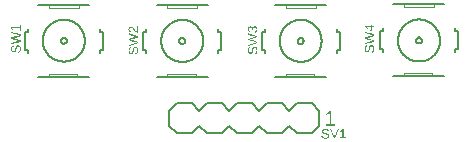
<source format=gbr>
G04 EAGLE Gerber RS-274X export*
G75*
%MOMM*%
%FSLAX34Y34*%
%LPD*%
%INSilkscreen Top*%
%IPPOS*%
%AMOC8*
5,1,8,0,0,1.08239X$1,22.5*%
G01*
G04 Define Apertures*
%ADD10C,0.152400*%
%ADD11C,0.050800*%
G36*
X350915Y19430D02*
X343181Y19430D01*
X343181Y20770D01*
X346325Y20770D01*
X346325Y30264D01*
X343540Y28276D01*
X343540Y29765D01*
X346456Y31771D01*
X347910Y31771D01*
X347910Y20770D01*
X350915Y20770D01*
X350915Y19430D01*
G37*
G36*
X342867Y8650D02*
X342516Y8658D01*
X342184Y8681D01*
X341871Y8721D01*
X341577Y8775D01*
X341302Y8846D01*
X341045Y8932D01*
X340808Y9034D01*
X340589Y9151D01*
X340390Y9284D01*
X340209Y9433D01*
X340048Y9598D01*
X339905Y9778D01*
X339781Y9973D01*
X339677Y10185D01*
X339591Y10412D01*
X339524Y10655D01*
X340560Y10862D01*
X340611Y10690D01*
X340675Y10530D01*
X340751Y10382D01*
X340840Y10245D01*
X340942Y10121D01*
X341056Y10008D01*
X341182Y9907D01*
X341322Y9818D01*
X341639Y9672D01*
X342009Y9568D01*
X342431Y9505D01*
X342906Y9484D01*
X343395Y9507D01*
X343824Y9573D01*
X344017Y9623D01*
X344194Y9684D01*
X344357Y9757D01*
X344505Y9840D01*
X344637Y9934D01*
X344751Y10039D01*
X344848Y10154D01*
X344927Y10279D01*
X344989Y10415D01*
X345033Y10561D01*
X345059Y10717D01*
X345068Y10884D01*
X345057Y11068D01*
X345024Y11234D01*
X344969Y11382D01*
X344892Y11512D01*
X344794Y11627D01*
X344680Y11731D01*
X344547Y11826D01*
X344396Y11909D01*
X344046Y12053D01*
X343634Y12172D01*
X342654Y12402D01*
X341832Y12609D01*
X341505Y12713D01*
X341235Y12816D01*
X341005Y12923D01*
X340802Y13035D01*
X340623Y13154D01*
X340470Y13278D01*
X340339Y13411D01*
X340223Y13555D01*
X340124Y13709D01*
X340042Y13875D01*
X339977Y14052D01*
X339931Y14242D01*
X339903Y14444D01*
X339894Y14659D01*
X339906Y14905D01*
X339942Y15137D01*
X340003Y15354D01*
X340088Y15556D01*
X340197Y15744D01*
X340330Y15918D01*
X340487Y16077D01*
X340669Y16221D01*
X340874Y16350D01*
X341099Y16461D01*
X341345Y16556D01*
X341612Y16633D01*
X341900Y16693D01*
X342209Y16736D01*
X342539Y16761D01*
X342890Y16770D01*
X343216Y16764D01*
X343522Y16744D01*
X343809Y16712D01*
X344075Y16667D01*
X344322Y16609D01*
X344550Y16538D01*
X344757Y16455D01*
X344945Y16358D01*
X345116Y16246D01*
X345274Y16116D01*
X345418Y15968D01*
X345550Y15802D01*
X345668Y15617D01*
X345772Y15415D01*
X345864Y15194D01*
X345942Y14956D01*
X344889Y14771D01*
X344782Y15063D01*
X344637Y15312D01*
X344452Y15518D01*
X344228Y15681D01*
X343961Y15804D01*
X343647Y15893D01*
X343286Y15946D01*
X342878Y15964D01*
X342433Y15944D01*
X342044Y15885D01*
X341711Y15787D01*
X341434Y15650D01*
X341317Y15567D01*
X341216Y15474D01*
X341130Y15371D01*
X341060Y15259D01*
X341005Y15138D01*
X340966Y15006D01*
X340943Y14865D01*
X340935Y14715D01*
X340947Y14541D01*
X340984Y14382D01*
X341044Y14240D01*
X341128Y14113D01*
X341236Y13998D01*
X341364Y13893D01*
X341514Y13797D01*
X341686Y13710D01*
X341913Y13622D01*
X342230Y13525D01*
X343136Y13304D01*
X343861Y13133D01*
X344215Y13038D01*
X344553Y12926D01*
X344873Y12795D01*
X345172Y12643D01*
X345441Y12462D01*
X345673Y12245D01*
X345863Y11989D01*
X346006Y11691D01*
X346059Y11524D01*
X346096Y11344D01*
X346119Y11149D01*
X346126Y10940D01*
X346113Y10675D01*
X346073Y10425D01*
X346006Y10191D01*
X345913Y9972D01*
X345793Y9768D01*
X345646Y9580D01*
X345473Y9407D01*
X345272Y9249D01*
X345048Y9109D01*
X344802Y8987D01*
X344534Y8884D01*
X344244Y8800D01*
X343933Y8734D01*
X343599Y8687D01*
X343244Y8659D01*
X342867Y8650D01*
G37*
G36*
X351007Y8762D02*
X349899Y8762D01*
X346679Y16652D01*
X347804Y16652D01*
X349988Y11097D01*
X350459Y9703D01*
X350929Y11097D01*
X353102Y16652D01*
X354227Y16652D01*
X351007Y8762D01*
G37*
G36*
X360103Y8762D02*
X355158Y8762D01*
X355158Y9619D01*
X357168Y9619D01*
X357168Y15689D01*
X355388Y14418D01*
X355388Y15370D01*
X357252Y16652D01*
X358182Y16652D01*
X358182Y9619D01*
X360103Y9619D01*
X360103Y8762D01*
G37*
G36*
X76946Y88397D02*
X76946Y89512D01*
X81958Y90929D01*
X82912Y91171D01*
X83895Y91393D01*
X82551Y91704D01*
X80786Y92181D01*
X76946Y93258D01*
X76946Y94283D01*
X81857Y95655D01*
X82968Y95935D01*
X83895Y96148D01*
X83699Y96198D01*
X82649Y96445D01*
X81020Y96886D01*
X76946Y98018D01*
X76946Y99133D01*
X84836Y96809D01*
X84836Y95532D01*
X79824Y94165D01*
X79167Y94000D01*
X78138Y93773D01*
X79225Y93527D01*
X80846Y93094D01*
X84836Y91998D01*
X84836Y90721D01*
X76946Y88397D01*
G37*
G36*
X82943Y81243D02*
X82736Y82279D01*
X82908Y82330D01*
X83068Y82394D01*
X83216Y82470D01*
X83353Y82559D01*
X83477Y82660D01*
X83590Y82774D01*
X83691Y82901D01*
X83780Y83040D01*
X83926Y83358D01*
X84030Y83728D01*
X84093Y84150D01*
X84114Y84625D01*
X84091Y85114D01*
X84025Y85543D01*
X83975Y85735D01*
X83914Y85913D01*
X83841Y86076D01*
X83758Y86224D01*
X83664Y86356D01*
X83559Y86470D01*
X83444Y86567D01*
X83319Y86646D01*
X83183Y86708D01*
X83037Y86752D01*
X82881Y86778D01*
X82714Y86787D01*
X82530Y86776D01*
X82364Y86743D01*
X82216Y86688D01*
X82086Y86610D01*
X81971Y86513D01*
X81867Y86398D01*
X81772Y86265D01*
X81689Y86115D01*
X81545Y85765D01*
X81426Y85353D01*
X81196Y84373D01*
X80989Y83551D01*
X80885Y83224D01*
X80782Y82954D01*
X80675Y82724D01*
X80563Y82520D01*
X80444Y82342D01*
X80320Y82189D01*
X80187Y82057D01*
X80043Y81942D01*
X79889Y81843D01*
X79723Y81761D01*
X79546Y81696D01*
X79356Y81649D01*
X79154Y81622D01*
X78939Y81612D01*
X78693Y81625D01*
X78462Y81661D01*
X78244Y81721D01*
X78042Y81806D01*
X77854Y81915D01*
X77680Y82049D01*
X77521Y82206D01*
X77377Y82388D01*
X77248Y82592D01*
X77137Y82818D01*
X77042Y83064D01*
X76965Y83331D01*
X76905Y83619D01*
X76862Y83928D01*
X76837Y84258D01*
X76828Y84608D01*
X76834Y84934D01*
X76854Y85241D01*
X76886Y85527D01*
X76931Y85794D01*
X76989Y86041D01*
X77060Y86268D01*
X77143Y86476D01*
X77240Y86664D01*
X77352Y86835D01*
X77482Y86993D01*
X77630Y87137D01*
X77796Y87268D01*
X77981Y87386D01*
X78183Y87491D01*
X78404Y87582D01*
X78642Y87660D01*
X78827Y86608D01*
X78535Y86501D01*
X78286Y86356D01*
X78080Y86171D01*
X77917Y85947D01*
X77794Y85680D01*
X77705Y85366D01*
X77652Y85005D01*
X77634Y84597D01*
X77654Y84152D01*
X77713Y83763D01*
X77811Y83430D01*
X77948Y83152D01*
X78031Y83036D01*
X78124Y82934D01*
X78227Y82849D01*
X78339Y82779D01*
X78460Y82724D01*
X78592Y82685D01*
X78733Y82662D01*
X78883Y82654D01*
X79057Y82666D01*
X79216Y82702D01*
X79358Y82763D01*
X79485Y82847D01*
X79600Y82954D01*
X79705Y83083D01*
X79801Y83233D01*
X79888Y83404D01*
X79976Y83632D01*
X80073Y83949D01*
X80294Y84855D01*
X80465Y85580D01*
X80560Y85933D01*
X80672Y86272D01*
X80803Y86591D01*
X80955Y86890D01*
X81136Y87160D01*
X81353Y87392D01*
X81609Y87581D01*
X81907Y87725D01*
X82074Y87777D01*
X82254Y87815D01*
X82449Y87838D01*
X82658Y87845D01*
X82923Y87832D01*
X83173Y87792D01*
X83407Y87725D01*
X83626Y87632D01*
X83830Y87512D01*
X84018Y87365D01*
X84191Y87191D01*
X84349Y86991D01*
X84489Y86767D01*
X84611Y86521D01*
X84714Y86253D01*
X84798Y85963D01*
X84864Y85651D01*
X84911Y85318D01*
X84939Y84963D01*
X84948Y84586D01*
X84940Y84235D01*
X84917Y83903D01*
X84878Y83590D01*
X84823Y83296D01*
X84752Y83020D01*
X84666Y82764D01*
X84564Y82527D01*
X84447Y82308D01*
X84314Y82109D01*
X84165Y81928D01*
X84000Y81767D01*
X83820Y81624D01*
X83625Y81500D01*
X83413Y81395D01*
X83186Y81310D01*
X82943Y81243D01*
G37*
G36*
X84836Y100064D02*
X83979Y100064D01*
X83979Y102075D01*
X77909Y102075D01*
X79180Y100294D01*
X78228Y100294D01*
X76946Y102159D01*
X76946Y103088D01*
X83979Y103088D01*
X83979Y105009D01*
X84836Y105009D01*
X84836Y100064D01*
G37*
G36*
X176260Y87043D02*
X176260Y88157D01*
X181272Y89574D01*
X182226Y89816D01*
X183209Y90039D01*
X181865Y90349D01*
X180100Y90826D01*
X176260Y91903D01*
X176260Y92928D01*
X181171Y94300D01*
X182282Y94580D01*
X183209Y94793D01*
X183013Y94843D01*
X181963Y95090D01*
X180334Y95531D01*
X176260Y96663D01*
X176260Y97778D01*
X184150Y95454D01*
X184150Y94177D01*
X179138Y92811D01*
X178481Y92645D01*
X177452Y92419D01*
X178539Y92172D01*
X180160Y91740D01*
X184150Y90643D01*
X184150Y89367D01*
X176260Y87043D01*
G37*
G36*
X182257Y79888D02*
X182050Y80924D01*
X182222Y80975D01*
X182382Y81039D01*
X182530Y81115D01*
X182667Y81204D01*
X182791Y81306D01*
X182904Y81420D01*
X183005Y81546D01*
X183094Y81686D01*
X183240Y82003D01*
X183344Y82373D01*
X183407Y82796D01*
X183428Y83270D01*
X183405Y83759D01*
X183339Y84188D01*
X183289Y84381D01*
X183228Y84558D01*
X183155Y84721D01*
X183072Y84869D01*
X182978Y85001D01*
X182873Y85116D01*
X182758Y85212D01*
X182633Y85291D01*
X182497Y85353D01*
X182351Y85397D01*
X182195Y85423D01*
X182028Y85432D01*
X181844Y85421D01*
X181678Y85388D01*
X181530Y85333D01*
X181400Y85256D01*
X181285Y85159D01*
X181181Y85044D01*
X181086Y84911D01*
X181003Y84760D01*
X180859Y84410D01*
X180740Y83998D01*
X180510Y83018D01*
X180303Y82196D01*
X180199Y81869D01*
X180096Y81599D01*
X179989Y81369D01*
X179877Y81166D01*
X179758Y80987D01*
X179634Y80835D01*
X179501Y80703D01*
X179357Y80587D01*
X179203Y80489D01*
X179037Y80406D01*
X178860Y80341D01*
X178670Y80295D01*
X178468Y80267D01*
X178253Y80258D01*
X178007Y80270D01*
X177776Y80306D01*
X177558Y80367D01*
X177356Y80452D01*
X177168Y80561D01*
X176994Y80694D01*
X176835Y80852D01*
X176691Y81033D01*
X176562Y81238D01*
X176451Y81463D01*
X176356Y81709D01*
X176279Y81976D01*
X176219Y82264D01*
X176176Y82573D01*
X176151Y82903D01*
X176142Y83254D01*
X176148Y83580D01*
X176168Y83886D01*
X176200Y84173D01*
X176245Y84439D01*
X176303Y84687D01*
X176374Y84914D01*
X176457Y85121D01*
X176554Y85309D01*
X176666Y85480D01*
X176796Y85638D01*
X176944Y85782D01*
X177110Y85914D01*
X177295Y86032D01*
X177497Y86136D01*
X177718Y86228D01*
X177956Y86306D01*
X178141Y85253D01*
X177849Y85146D01*
X177600Y85001D01*
X177394Y84816D01*
X177231Y84592D01*
X177108Y84325D01*
X177019Y84011D01*
X176966Y83650D01*
X176948Y83242D01*
X176968Y82797D01*
X177027Y82408D01*
X177125Y82075D01*
X177262Y81798D01*
X177345Y81681D01*
X177438Y81580D01*
X177541Y81494D01*
X177653Y81424D01*
X177774Y81369D01*
X177906Y81330D01*
X178047Y81307D01*
X178197Y81299D01*
X178371Y81311D01*
X178530Y81348D01*
X178672Y81408D01*
X178799Y81493D01*
X178914Y81600D01*
X179019Y81728D01*
X179115Y81878D01*
X179202Y82050D01*
X179290Y82277D01*
X179387Y82594D01*
X179608Y83500D01*
X179779Y84225D01*
X179874Y84579D01*
X179986Y84917D01*
X180117Y85237D01*
X180269Y85536D01*
X180450Y85805D01*
X180667Y86037D01*
X180923Y86227D01*
X181221Y86370D01*
X181388Y86423D01*
X181568Y86460D01*
X181763Y86483D01*
X181972Y86490D01*
X182237Y86477D01*
X182487Y86437D01*
X182721Y86370D01*
X182940Y86277D01*
X183144Y86157D01*
X183332Y86010D01*
X183505Y85837D01*
X183663Y85636D01*
X183803Y85412D01*
X183925Y85166D01*
X184028Y84898D01*
X184112Y84608D01*
X184178Y84297D01*
X184225Y83963D01*
X184253Y83608D01*
X184262Y83231D01*
X184254Y82880D01*
X184231Y82548D01*
X184192Y82235D01*
X184137Y81941D01*
X184066Y81666D01*
X183980Y81409D01*
X183878Y81172D01*
X183761Y80954D01*
X183628Y80754D01*
X183479Y80573D01*
X183314Y80412D01*
X183134Y80269D01*
X182939Y80146D01*
X182727Y80041D01*
X182500Y79955D01*
X182257Y79888D01*
G37*
G36*
X184150Y98413D02*
X183439Y98413D01*
X183121Y98564D01*
X182822Y98730D01*
X182543Y98912D01*
X182282Y99110D01*
X181805Y99532D01*
X181375Y99975D01*
X180984Y100427D01*
X180622Y100874D01*
X180275Y101298D01*
X179928Y101678D01*
X179572Y102002D01*
X179388Y102138D01*
X179200Y102257D01*
X179003Y102354D01*
X178794Y102423D01*
X178572Y102465D01*
X178337Y102478D01*
X178031Y102455D01*
X177760Y102383D01*
X177527Y102264D01*
X177329Y102098D01*
X177172Y101889D01*
X177060Y101643D01*
X176993Y101359D01*
X176971Y101039D01*
X176993Y100731D01*
X177058Y100452D01*
X177168Y100201D01*
X177321Y99978D01*
X177514Y99791D01*
X177742Y99647D01*
X178005Y99546D01*
X178304Y99488D01*
X178208Y98458D01*
X177978Y98495D01*
X177759Y98550D01*
X177553Y98623D01*
X177359Y98715D01*
X177176Y98824D01*
X177006Y98952D01*
X176848Y99097D01*
X176702Y99261D01*
X176571Y99440D01*
X176457Y99632D01*
X176361Y99835D01*
X176282Y100052D01*
X176221Y100280D01*
X176177Y100521D01*
X176151Y100774D01*
X176142Y101039D01*
X176151Y101329D01*
X176177Y101601D01*
X176221Y101856D01*
X176283Y102094D01*
X176362Y102315D01*
X176459Y102518D01*
X176573Y102704D01*
X176705Y102873D01*
X176853Y103024D01*
X177016Y103154D01*
X177194Y103264D01*
X177386Y103354D01*
X177593Y103424D01*
X177815Y103474D01*
X178052Y103504D01*
X178304Y103514D01*
X178533Y103501D01*
X178761Y103462D01*
X178989Y103396D01*
X179216Y103304D01*
X179443Y103187D01*
X179670Y103043D01*
X179897Y102874D01*
X180124Y102680D01*
X180382Y102426D01*
X180702Y102077D01*
X181529Y101095D01*
X182030Y100517D01*
X182478Y100070D01*
X182688Y99893D01*
X182894Y99743D01*
X183095Y99619D01*
X183293Y99522D01*
X183293Y103638D01*
X184150Y103638D01*
X184150Y98413D01*
G37*
G36*
X277352Y87180D02*
X277352Y88294D01*
X282364Y89711D01*
X283319Y89953D01*
X284302Y90176D01*
X282958Y90487D01*
X281192Y90964D01*
X277352Y92041D01*
X277352Y93066D01*
X282263Y94438D01*
X283375Y94718D01*
X284302Y94930D01*
X284106Y94981D01*
X283056Y95227D01*
X281427Y95668D01*
X277352Y96801D01*
X277352Y97915D01*
X285243Y95591D01*
X285243Y94314D01*
X280231Y92948D01*
X279574Y92783D01*
X278545Y92556D01*
X279631Y92310D01*
X281253Y91877D01*
X285243Y90781D01*
X285243Y89504D01*
X277352Y87180D01*
G37*
G36*
X283350Y80025D02*
X283143Y81061D01*
X283315Y81113D01*
X283475Y81176D01*
X283623Y81253D01*
X283759Y81341D01*
X283884Y81443D01*
X283997Y81557D01*
X284098Y81684D01*
X284187Y81823D01*
X284333Y82140D01*
X284437Y82510D01*
X284499Y82933D01*
X284520Y83408D01*
X284498Y83896D01*
X284431Y84326D01*
X284381Y84518D01*
X284320Y84696D01*
X284248Y84859D01*
X284165Y85007D01*
X284071Y85139D01*
X283966Y85253D01*
X283851Y85350D01*
X283726Y85429D01*
X283590Y85490D01*
X283444Y85534D01*
X283287Y85561D01*
X283120Y85569D01*
X282936Y85558D01*
X282770Y85525D01*
X282623Y85470D01*
X282493Y85393D01*
X282378Y85296D01*
X282273Y85181D01*
X282179Y85048D01*
X282095Y84897D01*
X281951Y84547D01*
X281832Y84136D01*
X281603Y83156D01*
X281395Y82333D01*
X281292Y82007D01*
X281188Y81736D01*
X281082Y81507D01*
X280969Y81303D01*
X280851Y81125D01*
X280726Y80972D01*
X280593Y80840D01*
X280450Y80725D01*
X280295Y80626D01*
X280130Y80543D01*
X279953Y80478D01*
X279763Y80432D01*
X279561Y80404D01*
X279346Y80395D01*
X279100Y80407D01*
X278868Y80443D01*
X278651Y80504D01*
X278448Y80589D01*
X278260Y80698D01*
X278087Y80831D01*
X277928Y80989D01*
X277783Y81171D01*
X277655Y81375D01*
X277543Y81600D01*
X277449Y81846D01*
X277372Y82114D01*
X277312Y82402D01*
X277269Y82710D01*
X277243Y83040D01*
X277235Y83391D01*
X277241Y83717D01*
X277260Y84023D01*
X277293Y84310D01*
X277338Y84577D01*
X277395Y84824D01*
X277466Y85051D01*
X277550Y85259D01*
X277646Y85446D01*
X277758Y85617D01*
X277888Y85775D01*
X278036Y85920D01*
X278203Y86051D01*
X278387Y86169D01*
X278590Y86274D01*
X278810Y86365D01*
X279049Y86443D01*
X279234Y85390D01*
X278942Y85284D01*
X278693Y85138D01*
X278487Y84953D01*
X278324Y84729D01*
X278200Y84462D01*
X278112Y84148D01*
X278059Y83788D01*
X278041Y83380D01*
X278061Y82935D01*
X278119Y82545D01*
X278217Y82212D01*
X278355Y81935D01*
X278438Y81818D01*
X278531Y81717D01*
X278633Y81631D01*
X278745Y81561D01*
X278867Y81507D01*
X278998Y81468D01*
X279139Y81444D01*
X279290Y81437D01*
X279464Y81449D01*
X279622Y81485D01*
X279765Y81545D01*
X279892Y81630D01*
X280006Y81737D01*
X280112Y81866D01*
X280208Y82016D01*
X280295Y82187D01*
X280382Y82414D01*
X280479Y82732D01*
X280701Y83637D01*
X280872Y84363D01*
X280967Y84716D01*
X281079Y85054D01*
X281210Y85374D01*
X281362Y85673D01*
X281542Y85942D01*
X281759Y86174D01*
X282016Y86364D01*
X282314Y86507D01*
X282480Y86560D01*
X282661Y86598D01*
X282856Y86620D01*
X283064Y86628D01*
X283330Y86614D01*
X283579Y86574D01*
X283814Y86508D01*
X284033Y86414D01*
X284237Y86294D01*
X284425Y86147D01*
X284598Y85974D01*
X284755Y85774D01*
X284896Y85549D01*
X285018Y85303D01*
X285121Y85035D01*
X285205Y84746D01*
X285270Y84434D01*
X285317Y84101D01*
X285345Y83746D01*
X285355Y83369D01*
X285347Y83018D01*
X285323Y82685D01*
X285284Y82372D01*
X285229Y82078D01*
X285159Y81803D01*
X285073Y81547D01*
X284971Y81309D01*
X284853Y81091D01*
X284720Y80891D01*
X284572Y80711D01*
X284407Y80549D01*
X284227Y80407D01*
X284031Y80283D01*
X283820Y80178D01*
X283593Y80092D01*
X283350Y80025D01*
G37*
G36*
X283215Y98410D02*
X283120Y99452D01*
X283448Y99523D01*
X283733Y99635D01*
X283973Y99788D01*
X284170Y99982D01*
X284323Y100218D01*
X284433Y100494D01*
X284498Y100812D01*
X284520Y101171D01*
X284497Y101531D01*
X284426Y101851D01*
X284309Y102129D01*
X284145Y102367D01*
X284046Y102468D01*
X283935Y102556D01*
X283812Y102631D01*
X283679Y102692D01*
X283534Y102740D01*
X283378Y102773D01*
X283210Y102794D01*
X283031Y102801D01*
X282874Y102793D01*
X282726Y102770D01*
X282587Y102731D01*
X282457Y102677D01*
X282336Y102607D01*
X282224Y102522D01*
X282120Y102421D01*
X282025Y102305D01*
X281941Y102174D01*
X281867Y102030D01*
X281805Y101871D01*
X281755Y101699D01*
X281687Y101314D01*
X281664Y100874D01*
X281664Y100303D01*
X280791Y100303D01*
X280791Y100852D01*
X280768Y101243D01*
X280700Y101587D01*
X280588Y101885D01*
X280429Y102137D01*
X280232Y102337D01*
X280120Y102415D01*
X279999Y102479D01*
X279870Y102529D01*
X279732Y102565D01*
X279585Y102586D01*
X279430Y102593D01*
X279130Y102570D01*
X278864Y102500D01*
X278630Y102384D01*
X278430Y102221D01*
X278270Y102012D01*
X278155Y101758D01*
X278086Y101459D01*
X278063Y101115D01*
X278085Y100798D01*
X278149Y100512D01*
X278256Y100259D01*
X278405Y100037D01*
X278593Y99853D01*
X278817Y99711D01*
X279075Y99613D01*
X279368Y99558D01*
X279290Y98545D01*
X279054Y98582D01*
X278832Y98637D01*
X278623Y98710D01*
X278427Y98801D01*
X278245Y98911D01*
X278076Y99039D01*
X277920Y99184D01*
X277778Y99348D01*
X277651Y99527D01*
X277540Y99719D01*
X277447Y99922D01*
X277370Y100138D01*
X277311Y100367D01*
X277269Y100608D01*
X277243Y100861D01*
X277235Y101126D01*
X277243Y101415D01*
X277269Y101687D01*
X277312Y101942D01*
X277373Y102181D01*
X277450Y102403D01*
X277545Y102609D01*
X277657Y102799D01*
X277786Y102971D01*
X277931Y103126D01*
X278089Y103259D01*
X278261Y103372D01*
X278446Y103465D01*
X278645Y103537D01*
X278858Y103588D01*
X279084Y103619D01*
X279323Y103629D01*
X279508Y103623D01*
X279684Y103603D01*
X279851Y103570D01*
X280009Y103524D01*
X280158Y103464D01*
X280298Y103392D01*
X280553Y103207D01*
X280770Y102971D01*
X280950Y102688D01*
X281091Y102357D01*
X281194Y101977D01*
X281216Y101977D01*
X281246Y102192D01*
X281289Y102395D01*
X281344Y102586D01*
X281412Y102764D01*
X281493Y102930D01*
X281586Y103084D01*
X281692Y103226D01*
X281810Y103355D01*
X281938Y103470D01*
X282075Y103571D01*
X282220Y103655D01*
X282373Y103725D01*
X282533Y103778D01*
X282702Y103817D01*
X282879Y103840D01*
X283064Y103848D01*
X283330Y103837D01*
X283579Y103804D01*
X283814Y103750D01*
X284033Y103674D01*
X284237Y103577D01*
X284425Y103457D01*
X284598Y103316D01*
X284755Y103153D01*
X284896Y102970D01*
X285018Y102769D01*
X285121Y102549D01*
X285205Y102311D01*
X285270Y102053D01*
X285317Y101778D01*
X285345Y101484D01*
X285355Y101171D01*
X285346Y100879D01*
X285321Y100602D01*
X285279Y100340D01*
X285220Y100094D01*
X285144Y99862D01*
X285051Y99646D01*
X284941Y99445D01*
X284814Y99259D01*
X284671Y99089D01*
X284512Y98938D01*
X284336Y98805D01*
X284144Y98689D01*
X283936Y98592D01*
X283712Y98514D01*
X283472Y98453D01*
X283215Y98410D01*
G37*
G36*
X376125Y88424D02*
X376125Y89538D01*
X381137Y90955D01*
X382092Y91197D01*
X383075Y91420D01*
X381731Y91731D01*
X379965Y92207D01*
X376125Y93285D01*
X376125Y94310D01*
X381036Y95681D01*
X382148Y95961D01*
X383075Y96174D01*
X382879Y96225D01*
X381829Y96471D01*
X380200Y96912D01*
X376125Y98045D01*
X376125Y99159D01*
X384015Y96835D01*
X384015Y95558D01*
X379003Y94192D01*
X378347Y94027D01*
X377318Y93800D01*
X378404Y93554D01*
X380025Y93121D01*
X384015Y92025D01*
X384015Y90748D01*
X376125Y88424D01*
G37*
G36*
X382229Y99480D02*
X381445Y99480D01*
X376125Y103092D01*
X376125Y104151D01*
X381434Y104151D01*
X381434Y105260D01*
X382229Y105260D01*
X382229Y104151D01*
X384015Y104151D01*
X384015Y103199D01*
X382229Y103199D01*
X382229Y99480D01*
G37*
%LPC*%
G36*
X381434Y100410D02*
X381434Y103199D01*
X377262Y103199D01*
X377559Y103042D01*
X377928Y102824D01*
X380907Y100802D01*
X381322Y100500D01*
X381434Y100410D01*
G37*
%LPD*%
G36*
X382123Y81269D02*
X381915Y82305D01*
X382087Y82356D01*
X382247Y82420D01*
X382396Y82496D01*
X382532Y82585D01*
X382657Y82687D01*
X382770Y82801D01*
X382871Y82928D01*
X382960Y83067D01*
X383106Y83384D01*
X383210Y83754D01*
X383272Y84177D01*
X383293Y84652D01*
X383271Y85140D01*
X383204Y85569D01*
X383154Y85762D01*
X383093Y85940D01*
X383021Y86102D01*
X382937Y86251D01*
X382843Y86382D01*
X382739Y86497D01*
X382624Y86593D01*
X382498Y86673D01*
X382363Y86734D01*
X382217Y86778D01*
X382060Y86805D01*
X381893Y86813D01*
X381709Y86802D01*
X381543Y86769D01*
X381395Y86714D01*
X381266Y86637D01*
X381151Y86540D01*
X381046Y86425D01*
X380952Y86292D01*
X380868Y86141D01*
X380724Y85791D01*
X380605Y85380D01*
X380375Y84400D01*
X380168Y83577D01*
X380065Y83250D01*
X379961Y82980D01*
X379854Y82751D01*
X379742Y82547D01*
X379623Y82368D01*
X379499Y82216D01*
X379366Y82084D01*
X379222Y81969D01*
X379068Y81870D01*
X378903Y81787D01*
X378725Y81722D01*
X378536Y81676D01*
X378333Y81648D01*
X378119Y81639D01*
X377872Y81651D01*
X377641Y81687D01*
X377424Y81748D01*
X377221Y81833D01*
X377033Y81942D01*
X376860Y82075D01*
X376701Y82233D01*
X376556Y82415D01*
X376428Y82619D01*
X376316Y82844D01*
X376222Y83090D01*
X376145Y83357D01*
X376085Y83645D01*
X376042Y83954D01*
X376016Y84284D01*
X376007Y84635D01*
X376014Y84961D01*
X376033Y85267D01*
X376065Y85554D01*
X376110Y85821D01*
X376168Y86068D01*
X376239Y86295D01*
X376323Y86502D01*
X376419Y86690D01*
X376531Y86861D01*
X376661Y87019D01*
X376809Y87164D01*
X376976Y87295D01*
X377160Y87413D01*
X377362Y87518D01*
X377583Y87609D01*
X377822Y87687D01*
X378007Y86634D01*
X377715Y86528D01*
X377466Y86382D01*
X377260Y86197D01*
X377097Y85973D01*
X376973Y85706D01*
X376885Y85392D01*
X376831Y85031D01*
X376814Y84624D01*
X376833Y84179D01*
X376892Y83789D01*
X376990Y83456D01*
X377127Y83179D01*
X377211Y83062D01*
X377303Y82961D01*
X377406Y82875D01*
X377518Y82805D01*
X377640Y82751D01*
X377771Y82712D01*
X377912Y82688D01*
X378063Y82681D01*
X378237Y82693D01*
X378395Y82729D01*
X378538Y82789D01*
X378665Y82874D01*
X378779Y82981D01*
X378884Y83110D01*
X378981Y83260D01*
X379068Y83431D01*
X379155Y83658D01*
X379252Y83976D01*
X379474Y84881D01*
X379645Y85607D01*
X379740Y85960D01*
X379852Y86298D01*
X379983Y86618D01*
X380135Y86917D01*
X380315Y87186D01*
X380532Y87418D01*
X380788Y87608D01*
X381087Y87751D01*
X381253Y87804D01*
X381434Y87842D01*
X381628Y87864D01*
X381837Y87872D01*
X382102Y87858D01*
X382352Y87818D01*
X382587Y87752D01*
X382806Y87658D01*
X383009Y87538D01*
X383198Y87391D01*
X383371Y87218D01*
X383528Y87018D01*
X383669Y86793D01*
X383790Y86547D01*
X383893Y86279D01*
X383978Y85989D01*
X384043Y85678D01*
X384090Y85345D01*
X384118Y84989D01*
X384127Y84613D01*
X384120Y84261D01*
X384096Y83929D01*
X384057Y83616D01*
X384002Y83322D01*
X383932Y83047D01*
X383845Y82791D01*
X383744Y82553D01*
X383626Y82335D01*
X383493Y82135D01*
X383344Y81955D01*
X383180Y81793D01*
X383000Y81650D01*
X382804Y81527D01*
X382592Y81422D01*
X382365Y81336D01*
X382123Y81269D01*
G37*
D10*
X331470Y13080D02*
X318770Y13080D01*
X312420Y19430D01*
X312420Y32130D02*
X318770Y38480D01*
X312420Y19430D02*
X306070Y13080D01*
X293370Y13080D01*
X287020Y19430D01*
X287020Y32130D02*
X293370Y38480D01*
X306070Y38480D01*
X312420Y32130D01*
X337820Y32130D02*
X337820Y19430D01*
X331470Y13080D01*
X337820Y32130D02*
X331470Y38480D01*
X318770Y38480D01*
X287020Y19430D02*
X280670Y13080D01*
X267970Y13080D01*
X261620Y19430D01*
X261620Y32130D02*
X267970Y38480D01*
X280670Y38480D01*
X287020Y32130D01*
X255270Y13080D02*
X242570Y13080D01*
X236220Y19430D01*
X236220Y32130D02*
X242570Y38480D01*
X236220Y19430D02*
X229870Y13080D01*
X217170Y13080D01*
X210820Y19430D01*
X210820Y32130D01*
X217170Y38480D01*
X229870Y38480D01*
X236220Y32130D01*
X255270Y13080D02*
X261620Y19430D01*
X261620Y32130D02*
X255270Y38480D01*
X242570Y38480D01*
X154382Y84074D02*
X151842Y84074D01*
X154382Y84074D02*
X154382Y99314D01*
X151842Y99314D01*
X90882Y99314D02*
X88342Y99314D01*
X88342Y84074D01*
X90882Y84074D01*
D11*
X108662Y119634D02*
X108662Y122174D01*
X108662Y119634D02*
X134062Y119634D01*
X134062Y122174D01*
X132792Y63754D02*
X108662Y63754D01*
X132792Y63754D02*
X132792Y61214D01*
X108662Y61214D02*
X108662Y63754D01*
D10*
X108662Y61214D02*
X99772Y61214D01*
X134062Y122174D02*
X142952Y122174D01*
X134062Y122174D02*
X108662Y122174D01*
X99772Y122174D01*
X108662Y61214D02*
X132792Y61214D01*
X142952Y61214D01*
X151842Y81534D02*
X151842Y84074D01*
X151842Y99314D02*
X151842Y101854D01*
X90882Y84074D02*
X90882Y81534D01*
X90882Y99314D02*
X90882Y101854D01*
X103582Y91694D02*
X103587Y92130D01*
X103603Y92566D01*
X103630Y93002D01*
X103668Y93437D01*
X103716Y93870D01*
X103774Y94303D01*
X103844Y94734D01*
X103924Y95163D01*
X104014Y95590D01*
X104115Y96014D01*
X104226Y96436D01*
X104348Y96855D01*
X104479Y97271D01*
X104621Y97684D01*
X104773Y98093D01*
X104935Y98498D01*
X105107Y98899D01*
X105289Y99296D01*
X105480Y99688D01*
X105681Y100075D01*
X105892Y100458D01*
X106112Y100835D01*
X106341Y101206D01*
X106578Y101572D01*
X106825Y101932D01*
X107081Y102286D01*
X107345Y102633D01*
X107618Y102974D01*
X107899Y103307D01*
X108188Y103634D01*
X108485Y103954D01*
X108790Y104266D01*
X109102Y104571D01*
X109422Y104868D01*
X109749Y105157D01*
X110082Y105438D01*
X110423Y105711D01*
X110770Y105975D01*
X111124Y106231D01*
X111484Y106478D01*
X111850Y106715D01*
X112221Y106944D01*
X112598Y107164D01*
X112981Y107375D01*
X113368Y107576D01*
X113760Y107767D01*
X114157Y107949D01*
X114558Y108121D01*
X114963Y108283D01*
X115372Y108435D01*
X115785Y108577D01*
X116201Y108708D01*
X116620Y108830D01*
X117042Y108941D01*
X117466Y109042D01*
X117893Y109132D01*
X118322Y109212D01*
X118753Y109282D01*
X119186Y109340D01*
X119619Y109388D01*
X120054Y109426D01*
X120490Y109453D01*
X120926Y109469D01*
X121362Y109474D01*
X121798Y109469D01*
X122234Y109453D01*
X122670Y109426D01*
X123105Y109388D01*
X123538Y109340D01*
X123971Y109282D01*
X124402Y109212D01*
X124831Y109132D01*
X125258Y109042D01*
X125682Y108941D01*
X126104Y108830D01*
X126523Y108708D01*
X126939Y108577D01*
X127352Y108435D01*
X127761Y108283D01*
X128166Y108121D01*
X128567Y107949D01*
X128964Y107767D01*
X129356Y107576D01*
X129743Y107375D01*
X130126Y107164D01*
X130503Y106944D01*
X130874Y106715D01*
X131240Y106478D01*
X131600Y106231D01*
X131954Y105975D01*
X132301Y105711D01*
X132642Y105438D01*
X132975Y105157D01*
X133302Y104868D01*
X133622Y104571D01*
X133934Y104266D01*
X134239Y103954D01*
X134536Y103634D01*
X134825Y103307D01*
X135106Y102974D01*
X135379Y102633D01*
X135643Y102286D01*
X135899Y101932D01*
X136146Y101572D01*
X136383Y101206D01*
X136612Y100835D01*
X136832Y100458D01*
X137043Y100075D01*
X137244Y99688D01*
X137435Y99296D01*
X137617Y98899D01*
X137789Y98498D01*
X137951Y98093D01*
X138103Y97684D01*
X138245Y97271D01*
X138376Y96855D01*
X138498Y96436D01*
X138609Y96014D01*
X138710Y95590D01*
X138800Y95163D01*
X138880Y94734D01*
X138950Y94303D01*
X139008Y93870D01*
X139056Y93437D01*
X139094Y93002D01*
X139121Y92566D01*
X139137Y92130D01*
X139142Y91694D01*
X139137Y91258D01*
X139121Y90822D01*
X139094Y90386D01*
X139056Y89951D01*
X139008Y89518D01*
X138950Y89085D01*
X138880Y88654D01*
X138800Y88225D01*
X138710Y87798D01*
X138609Y87374D01*
X138498Y86952D01*
X138376Y86533D01*
X138245Y86117D01*
X138103Y85704D01*
X137951Y85295D01*
X137789Y84890D01*
X137617Y84489D01*
X137435Y84092D01*
X137244Y83700D01*
X137043Y83313D01*
X136832Y82930D01*
X136612Y82553D01*
X136383Y82182D01*
X136146Y81816D01*
X135899Y81456D01*
X135643Y81102D01*
X135379Y80755D01*
X135106Y80414D01*
X134825Y80081D01*
X134536Y79754D01*
X134239Y79434D01*
X133934Y79122D01*
X133622Y78817D01*
X133302Y78520D01*
X132975Y78231D01*
X132642Y77950D01*
X132301Y77677D01*
X131954Y77413D01*
X131600Y77157D01*
X131240Y76910D01*
X130874Y76673D01*
X130503Y76444D01*
X130126Y76224D01*
X129743Y76013D01*
X129356Y75812D01*
X128964Y75621D01*
X128567Y75439D01*
X128166Y75267D01*
X127761Y75105D01*
X127352Y74953D01*
X126939Y74811D01*
X126523Y74680D01*
X126104Y74558D01*
X125682Y74447D01*
X125258Y74346D01*
X124831Y74256D01*
X124402Y74176D01*
X123971Y74106D01*
X123538Y74048D01*
X123105Y74000D01*
X122670Y73962D01*
X122234Y73935D01*
X121798Y73919D01*
X121362Y73914D01*
X120926Y73919D01*
X120490Y73935D01*
X120054Y73962D01*
X119619Y74000D01*
X119186Y74048D01*
X118753Y74106D01*
X118322Y74176D01*
X117893Y74256D01*
X117466Y74346D01*
X117042Y74447D01*
X116620Y74558D01*
X116201Y74680D01*
X115785Y74811D01*
X115372Y74953D01*
X114963Y75105D01*
X114558Y75267D01*
X114157Y75439D01*
X113760Y75621D01*
X113368Y75812D01*
X112981Y76013D01*
X112598Y76224D01*
X112221Y76444D01*
X111850Y76673D01*
X111484Y76910D01*
X111124Y77157D01*
X110770Y77413D01*
X110423Y77677D01*
X110082Y77950D01*
X109749Y78231D01*
X109422Y78520D01*
X109102Y78817D01*
X108790Y79122D01*
X108485Y79434D01*
X108188Y79754D01*
X107899Y80081D01*
X107618Y80414D01*
X107345Y80755D01*
X107081Y81102D01*
X106825Y81456D01*
X106578Y81816D01*
X106341Y82182D01*
X106112Y82553D01*
X105892Y82930D01*
X105681Y83313D01*
X105480Y83700D01*
X105289Y84092D01*
X105107Y84489D01*
X104935Y84890D01*
X104773Y85295D01*
X104621Y85704D01*
X104479Y86117D01*
X104348Y86533D01*
X104226Y86952D01*
X104115Y87374D01*
X104014Y87798D01*
X103924Y88225D01*
X103844Y88654D01*
X103774Y89085D01*
X103716Y89518D01*
X103668Y89951D01*
X103630Y90386D01*
X103603Y90822D01*
X103587Y91258D01*
X103582Y91694D01*
X118822Y91694D02*
X118824Y91794D01*
X118830Y91895D01*
X118840Y91994D01*
X118854Y92094D01*
X118871Y92193D01*
X118893Y92291D01*
X118919Y92388D01*
X118948Y92484D01*
X118981Y92578D01*
X119018Y92672D01*
X119058Y92764D01*
X119102Y92854D01*
X119150Y92942D01*
X119201Y93029D01*
X119255Y93113D01*
X119313Y93195D01*
X119374Y93275D01*
X119438Y93352D01*
X119505Y93427D01*
X119575Y93499D01*
X119648Y93568D01*
X119723Y93634D01*
X119801Y93698D01*
X119881Y93758D01*
X119964Y93815D01*
X120049Y93868D01*
X120136Y93918D01*
X120225Y93965D01*
X120315Y94008D01*
X120407Y94048D01*
X120501Y94084D01*
X120596Y94116D01*
X120692Y94144D01*
X120790Y94169D01*
X120888Y94189D01*
X120987Y94206D01*
X121087Y94219D01*
X121186Y94228D01*
X121287Y94233D01*
X121387Y94234D01*
X121487Y94231D01*
X121588Y94224D01*
X121687Y94213D01*
X121787Y94198D01*
X121885Y94180D01*
X121983Y94157D01*
X122080Y94130D01*
X122175Y94100D01*
X122270Y94066D01*
X122363Y94028D01*
X122454Y93987D01*
X122544Y93942D01*
X122632Y93894D01*
X122718Y93842D01*
X122802Y93787D01*
X122883Y93728D01*
X122962Y93666D01*
X123039Y93602D01*
X123113Y93534D01*
X123184Y93463D01*
X123253Y93390D01*
X123318Y93314D01*
X123381Y93235D01*
X123440Y93154D01*
X123496Y93071D01*
X123549Y92986D01*
X123598Y92898D01*
X123644Y92809D01*
X123686Y92718D01*
X123725Y92625D01*
X123760Y92531D01*
X123791Y92436D01*
X123819Y92339D01*
X123842Y92242D01*
X123862Y92143D01*
X123878Y92044D01*
X123890Y91945D01*
X123898Y91844D01*
X123902Y91744D01*
X123902Y91644D01*
X123898Y91544D01*
X123890Y91443D01*
X123878Y91344D01*
X123862Y91245D01*
X123842Y91146D01*
X123819Y91049D01*
X123791Y90952D01*
X123760Y90857D01*
X123725Y90763D01*
X123686Y90670D01*
X123644Y90579D01*
X123598Y90490D01*
X123549Y90402D01*
X123496Y90317D01*
X123440Y90234D01*
X123381Y90153D01*
X123318Y90074D01*
X123253Y89998D01*
X123184Y89925D01*
X123113Y89854D01*
X123039Y89786D01*
X122962Y89722D01*
X122883Y89660D01*
X122802Y89601D01*
X122718Y89546D01*
X122632Y89494D01*
X122544Y89446D01*
X122454Y89401D01*
X122363Y89360D01*
X122270Y89322D01*
X122175Y89288D01*
X122080Y89258D01*
X121983Y89231D01*
X121885Y89208D01*
X121787Y89190D01*
X121687Y89175D01*
X121588Y89164D01*
X121487Y89157D01*
X121387Y89154D01*
X121287Y89155D01*
X121186Y89160D01*
X121087Y89169D01*
X120987Y89182D01*
X120888Y89199D01*
X120790Y89219D01*
X120692Y89244D01*
X120596Y89272D01*
X120501Y89304D01*
X120407Y89340D01*
X120315Y89380D01*
X120225Y89423D01*
X120136Y89470D01*
X120049Y89520D01*
X119964Y89573D01*
X119881Y89630D01*
X119801Y89690D01*
X119723Y89754D01*
X119648Y89820D01*
X119575Y89889D01*
X119505Y89961D01*
X119438Y90036D01*
X119374Y90113D01*
X119313Y90193D01*
X119255Y90275D01*
X119201Y90359D01*
X119150Y90446D01*
X119102Y90534D01*
X119058Y90624D01*
X119018Y90716D01*
X118981Y90810D01*
X118948Y90904D01*
X118919Y91000D01*
X118893Y91097D01*
X118871Y91195D01*
X118854Y91294D01*
X118840Y91394D01*
X118830Y91493D01*
X118824Y91594D01*
X118822Y91694D01*
X252087Y83820D02*
X254627Y83820D01*
X254627Y99060D01*
X252087Y99060D01*
X191127Y99060D02*
X188587Y99060D01*
X188587Y83820D01*
X191127Y83820D01*
D11*
X208907Y119380D02*
X208907Y121920D01*
X208907Y119380D02*
X234307Y119380D01*
X234307Y121920D01*
X233037Y63500D02*
X208907Y63500D01*
X233037Y63500D02*
X233037Y60960D01*
X208907Y60960D02*
X208907Y63500D01*
D10*
X208907Y60960D02*
X200017Y60960D01*
X234307Y121920D02*
X243197Y121920D01*
X234307Y121920D02*
X208907Y121920D01*
X200017Y121920D01*
X208907Y60960D02*
X233037Y60960D01*
X243197Y60960D01*
X252087Y81280D02*
X252087Y83820D01*
X252087Y99060D02*
X252087Y101600D01*
X191127Y83820D02*
X191127Y81280D01*
X191127Y99060D02*
X191127Y101600D01*
X203827Y91440D02*
X203832Y91876D01*
X203848Y92312D01*
X203875Y92748D01*
X203913Y93183D01*
X203961Y93616D01*
X204019Y94049D01*
X204089Y94480D01*
X204169Y94909D01*
X204259Y95336D01*
X204360Y95760D01*
X204471Y96182D01*
X204593Y96601D01*
X204724Y97017D01*
X204866Y97430D01*
X205018Y97839D01*
X205180Y98244D01*
X205352Y98645D01*
X205534Y99042D01*
X205725Y99434D01*
X205926Y99821D01*
X206137Y100204D01*
X206357Y100581D01*
X206586Y100952D01*
X206823Y101318D01*
X207070Y101678D01*
X207326Y102032D01*
X207590Y102379D01*
X207863Y102720D01*
X208144Y103053D01*
X208433Y103380D01*
X208730Y103700D01*
X209035Y104012D01*
X209347Y104317D01*
X209667Y104614D01*
X209994Y104903D01*
X210327Y105184D01*
X210668Y105457D01*
X211015Y105721D01*
X211369Y105977D01*
X211729Y106224D01*
X212095Y106461D01*
X212466Y106690D01*
X212843Y106910D01*
X213226Y107121D01*
X213613Y107322D01*
X214005Y107513D01*
X214402Y107695D01*
X214803Y107867D01*
X215208Y108029D01*
X215617Y108181D01*
X216030Y108323D01*
X216446Y108454D01*
X216865Y108576D01*
X217287Y108687D01*
X217711Y108788D01*
X218138Y108878D01*
X218567Y108958D01*
X218998Y109028D01*
X219431Y109086D01*
X219864Y109134D01*
X220299Y109172D01*
X220735Y109199D01*
X221171Y109215D01*
X221607Y109220D01*
X222043Y109215D01*
X222479Y109199D01*
X222915Y109172D01*
X223350Y109134D01*
X223783Y109086D01*
X224216Y109028D01*
X224647Y108958D01*
X225076Y108878D01*
X225503Y108788D01*
X225927Y108687D01*
X226349Y108576D01*
X226768Y108454D01*
X227184Y108323D01*
X227597Y108181D01*
X228006Y108029D01*
X228411Y107867D01*
X228812Y107695D01*
X229209Y107513D01*
X229601Y107322D01*
X229988Y107121D01*
X230371Y106910D01*
X230748Y106690D01*
X231119Y106461D01*
X231485Y106224D01*
X231845Y105977D01*
X232199Y105721D01*
X232546Y105457D01*
X232887Y105184D01*
X233220Y104903D01*
X233547Y104614D01*
X233867Y104317D01*
X234179Y104012D01*
X234484Y103700D01*
X234781Y103380D01*
X235070Y103053D01*
X235351Y102720D01*
X235624Y102379D01*
X235888Y102032D01*
X236144Y101678D01*
X236391Y101318D01*
X236628Y100952D01*
X236857Y100581D01*
X237077Y100204D01*
X237288Y99821D01*
X237489Y99434D01*
X237680Y99042D01*
X237862Y98645D01*
X238034Y98244D01*
X238196Y97839D01*
X238348Y97430D01*
X238490Y97017D01*
X238621Y96601D01*
X238743Y96182D01*
X238854Y95760D01*
X238955Y95336D01*
X239045Y94909D01*
X239125Y94480D01*
X239195Y94049D01*
X239253Y93616D01*
X239301Y93183D01*
X239339Y92748D01*
X239366Y92312D01*
X239382Y91876D01*
X239387Y91440D01*
X239382Y91004D01*
X239366Y90568D01*
X239339Y90132D01*
X239301Y89697D01*
X239253Y89264D01*
X239195Y88831D01*
X239125Y88400D01*
X239045Y87971D01*
X238955Y87544D01*
X238854Y87120D01*
X238743Y86698D01*
X238621Y86279D01*
X238490Y85863D01*
X238348Y85450D01*
X238196Y85041D01*
X238034Y84636D01*
X237862Y84235D01*
X237680Y83838D01*
X237489Y83446D01*
X237288Y83059D01*
X237077Y82676D01*
X236857Y82299D01*
X236628Y81928D01*
X236391Y81562D01*
X236144Y81202D01*
X235888Y80848D01*
X235624Y80501D01*
X235351Y80160D01*
X235070Y79827D01*
X234781Y79500D01*
X234484Y79180D01*
X234179Y78868D01*
X233867Y78563D01*
X233547Y78266D01*
X233220Y77977D01*
X232887Y77696D01*
X232546Y77423D01*
X232199Y77159D01*
X231845Y76903D01*
X231485Y76656D01*
X231119Y76419D01*
X230748Y76190D01*
X230371Y75970D01*
X229988Y75759D01*
X229601Y75558D01*
X229209Y75367D01*
X228812Y75185D01*
X228411Y75013D01*
X228006Y74851D01*
X227597Y74699D01*
X227184Y74557D01*
X226768Y74426D01*
X226349Y74304D01*
X225927Y74193D01*
X225503Y74092D01*
X225076Y74002D01*
X224647Y73922D01*
X224216Y73852D01*
X223783Y73794D01*
X223350Y73746D01*
X222915Y73708D01*
X222479Y73681D01*
X222043Y73665D01*
X221607Y73660D01*
X221171Y73665D01*
X220735Y73681D01*
X220299Y73708D01*
X219864Y73746D01*
X219431Y73794D01*
X218998Y73852D01*
X218567Y73922D01*
X218138Y74002D01*
X217711Y74092D01*
X217287Y74193D01*
X216865Y74304D01*
X216446Y74426D01*
X216030Y74557D01*
X215617Y74699D01*
X215208Y74851D01*
X214803Y75013D01*
X214402Y75185D01*
X214005Y75367D01*
X213613Y75558D01*
X213226Y75759D01*
X212843Y75970D01*
X212466Y76190D01*
X212095Y76419D01*
X211729Y76656D01*
X211369Y76903D01*
X211015Y77159D01*
X210668Y77423D01*
X210327Y77696D01*
X209994Y77977D01*
X209667Y78266D01*
X209347Y78563D01*
X209035Y78868D01*
X208730Y79180D01*
X208433Y79500D01*
X208144Y79827D01*
X207863Y80160D01*
X207590Y80501D01*
X207326Y80848D01*
X207070Y81202D01*
X206823Y81562D01*
X206586Y81928D01*
X206357Y82299D01*
X206137Y82676D01*
X205926Y83059D01*
X205725Y83446D01*
X205534Y83838D01*
X205352Y84235D01*
X205180Y84636D01*
X205018Y85041D01*
X204866Y85450D01*
X204724Y85863D01*
X204593Y86279D01*
X204471Y86698D01*
X204360Y87120D01*
X204259Y87544D01*
X204169Y87971D01*
X204089Y88400D01*
X204019Y88831D01*
X203961Y89264D01*
X203913Y89697D01*
X203875Y90132D01*
X203848Y90568D01*
X203832Y91004D01*
X203827Y91440D01*
X219067Y91440D02*
X219069Y91540D01*
X219075Y91641D01*
X219085Y91740D01*
X219099Y91840D01*
X219116Y91939D01*
X219138Y92037D01*
X219164Y92134D01*
X219193Y92230D01*
X219226Y92324D01*
X219263Y92418D01*
X219303Y92510D01*
X219347Y92600D01*
X219395Y92688D01*
X219446Y92775D01*
X219500Y92859D01*
X219558Y92941D01*
X219619Y93021D01*
X219683Y93098D01*
X219750Y93173D01*
X219820Y93245D01*
X219893Y93314D01*
X219968Y93380D01*
X220046Y93444D01*
X220126Y93504D01*
X220209Y93561D01*
X220294Y93614D01*
X220381Y93664D01*
X220470Y93711D01*
X220560Y93754D01*
X220652Y93794D01*
X220746Y93830D01*
X220841Y93862D01*
X220937Y93890D01*
X221035Y93915D01*
X221133Y93935D01*
X221232Y93952D01*
X221332Y93965D01*
X221431Y93974D01*
X221532Y93979D01*
X221632Y93980D01*
X221732Y93977D01*
X221833Y93970D01*
X221932Y93959D01*
X222032Y93944D01*
X222130Y93926D01*
X222228Y93903D01*
X222325Y93876D01*
X222420Y93846D01*
X222515Y93812D01*
X222608Y93774D01*
X222699Y93733D01*
X222789Y93688D01*
X222877Y93640D01*
X222963Y93588D01*
X223047Y93533D01*
X223128Y93474D01*
X223207Y93412D01*
X223284Y93348D01*
X223358Y93280D01*
X223429Y93209D01*
X223498Y93136D01*
X223563Y93060D01*
X223626Y92981D01*
X223685Y92900D01*
X223741Y92817D01*
X223794Y92732D01*
X223843Y92644D01*
X223889Y92555D01*
X223931Y92464D01*
X223970Y92371D01*
X224005Y92277D01*
X224036Y92182D01*
X224064Y92085D01*
X224087Y91988D01*
X224107Y91889D01*
X224123Y91790D01*
X224135Y91691D01*
X224143Y91590D01*
X224147Y91490D01*
X224147Y91390D01*
X224143Y91290D01*
X224135Y91189D01*
X224123Y91090D01*
X224107Y90991D01*
X224087Y90892D01*
X224064Y90795D01*
X224036Y90698D01*
X224005Y90603D01*
X223970Y90509D01*
X223931Y90416D01*
X223889Y90325D01*
X223843Y90236D01*
X223794Y90148D01*
X223741Y90063D01*
X223685Y89980D01*
X223626Y89899D01*
X223563Y89820D01*
X223498Y89744D01*
X223429Y89671D01*
X223358Y89600D01*
X223284Y89532D01*
X223207Y89468D01*
X223128Y89406D01*
X223047Y89347D01*
X222963Y89292D01*
X222877Y89240D01*
X222789Y89192D01*
X222699Y89147D01*
X222608Y89106D01*
X222515Y89068D01*
X222420Y89034D01*
X222325Y89004D01*
X222228Y88977D01*
X222130Y88954D01*
X222032Y88936D01*
X221932Y88921D01*
X221833Y88910D01*
X221732Y88903D01*
X221632Y88900D01*
X221532Y88901D01*
X221431Y88906D01*
X221332Y88915D01*
X221232Y88928D01*
X221133Y88945D01*
X221035Y88965D01*
X220937Y88990D01*
X220841Y89018D01*
X220746Y89050D01*
X220652Y89086D01*
X220560Y89126D01*
X220470Y89169D01*
X220381Y89216D01*
X220294Y89266D01*
X220209Y89319D01*
X220126Y89376D01*
X220046Y89436D01*
X219968Y89500D01*
X219893Y89566D01*
X219820Y89635D01*
X219750Y89707D01*
X219683Y89782D01*
X219619Y89859D01*
X219558Y89939D01*
X219500Y90021D01*
X219446Y90105D01*
X219395Y90192D01*
X219347Y90280D01*
X219303Y90370D01*
X219263Y90462D01*
X219226Y90556D01*
X219193Y90650D01*
X219164Y90746D01*
X219138Y90843D01*
X219116Y90941D01*
X219099Y91040D01*
X219085Y91140D01*
X219075Y91239D01*
X219069Y91340D01*
X219067Y91440D01*
X352333Y83904D02*
X354873Y83904D01*
X354873Y99144D01*
X352333Y99144D01*
X291373Y99144D02*
X288833Y99144D01*
X288833Y83904D01*
X291373Y83904D01*
D11*
X309153Y119464D02*
X309153Y122004D01*
X309153Y119464D02*
X334553Y119464D01*
X334553Y122004D01*
X333283Y63584D02*
X309153Y63584D01*
X333283Y63584D02*
X333283Y61044D01*
X309153Y61044D02*
X309153Y63584D01*
D10*
X309153Y61044D02*
X300263Y61044D01*
X334553Y122004D02*
X343443Y122004D01*
X334553Y122004D02*
X309153Y122004D01*
X300263Y122004D01*
X309153Y61044D02*
X333283Y61044D01*
X343443Y61044D01*
X352333Y81364D02*
X352333Y83904D01*
X352333Y99144D02*
X352333Y101684D01*
X291373Y83904D02*
X291373Y81364D01*
X291373Y99144D02*
X291373Y101684D01*
X304073Y91524D02*
X304078Y91960D01*
X304094Y92396D01*
X304121Y92832D01*
X304159Y93267D01*
X304207Y93700D01*
X304265Y94133D01*
X304335Y94564D01*
X304415Y94993D01*
X304505Y95420D01*
X304606Y95844D01*
X304717Y96266D01*
X304839Y96685D01*
X304970Y97101D01*
X305112Y97514D01*
X305264Y97923D01*
X305426Y98328D01*
X305598Y98729D01*
X305780Y99126D01*
X305971Y99518D01*
X306172Y99905D01*
X306383Y100288D01*
X306603Y100665D01*
X306832Y101036D01*
X307069Y101402D01*
X307316Y101762D01*
X307572Y102116D01*
X307836Y102463D01*
X308109Y102804D01*
X308390Y103137D01*
X308679Y103464D01*
X308976Y103784D01*
X309281Y104096D01*
X309593Y104401D01*
X309913Y104698D01*
X310240Y104987D01*
X310573Y105268D01*
X310914Y105541D01*
X311261Y105805D01*
X311615Y106061D01*
X311975Y106308D01*
X312341Y106545D01*
X312712Y106774D01*
X313089Y106994D01*
X313472Y107205D01*
X313859Y107406D01*
X314251Y107597D01*
X314648Y107779D01*
X315049Y107951D01*
X315454Y108113D01*
X315863Y108265D01*
X316276Y108407D01*
X316692Y108538D01*
X317111Y108660D01*
X317533Y108771D01*
X317957Y108872D01*
X318384Y108962D01*
X318813Y109042D01*
X319244Y109112D01*
X319677Y109170D01*
X320110Y109218D01*
X320545Y109256D01*
X320981Y109283D01*
X321417Y109299D01*
X321853Y109304D01*
X322289Y109299D01*
X322725Y109283D01*
X323161Y109256D01*
X323596Y109218D01*
X324029Y109170D01*
X324462Y109112D01*
X324893Y109042D01*
X325322Y108962D01*
X325749Y108872D01*
X326173Y108771D01*
X326595Y108660D01*
X327014Y108538D01*
X327430Y108407D01*
X327843Y108265D01*
X328252Y108113D01*
X328657Y107951D01*
X329058Y107779D01*
X329455Y107597D01*
X329847Y107406D01*
X330234Y107205D01*
X330617Y106994D01*
X330994Y106774D01*
X331365Y106545D01*
X331731Y106308D01*
X332091Y106061D01*
X332445Y105805D01*
X332792Y105541D01*
X333133Y105268D01*
X333466Y104987D01*
X333793Y104698D01*
X334113Y104401D01*
X334425Y104096D01*
X334730Y103784D01*
X335027Y103464D01*
X335316Y103137D01*
X335597Y102804D01*
X335870Y102463D01*
X336134Y102116D01*
X336390Y101762D01*
X336637Y101402D01*
X336874Y101036D01*
X337103Y100665D01*
X337323Y100288D01*
X337534Y99905D01*
X337735Y99518D01*
X337926Y99126D01*
X338108Y98729D01*
X338280Y98328D01*
X338442Y97923D01*
X338594Y97514D01*
X338736Y97101D01*
X338867Y96685D01*
X338989Y96266D01*
X339100Y95844D01*
X339201Y95420D01*
X339291Y94993D01*
X339371Y94564D01*
X339441Y94133D01*
X339499Y93700D01*
X339547Y93267D01*
X339585Y92832D01*
X339612Y92396D01*
X339628Y91960D01*
X339633Y91524D01*
X339628Y91088D01*
X339612Y90652D01*
X339585Y90216D01*
X339547Y89781D01*
X339499Y89348D01*
X339441Y88915D01*
X339371Y88484D01*
X339291Y88055D01*
X339201Y87628D01*
X339100Y87204D01*
X338989Y86782D01*
X338867Y86363D01*
X338736Y85947D01*
X338594Y85534D01*
X338442Y85125D01*
X338280Y84720D01*
X338108Y84319D01*
X337926Y83922D01*
X337735Y83530D01*
X337534Y83143D01*
X337323Y82760D01*
X337103Y82383D01*
X336874Y82012D01*
X336637Y81646D01*
X336390Y81286D01*
X336134Y80932D01*
X335870Y80585D01*
X335597Y80244D01*
X335316Y79911D01*
X335027Y79584D01*
X334730Y79264D01*
X334425Y78952D01*
X334113Y78647D01*
X333793Y78350D01*
X333466Y78061D01*
X333133Y77780D01*
X332792Y77507D01*
X332445Y77243D01*
X332091Y76987D01*
X331731Y76740D01*
X331365Y76503D01*
X330994Y76274D01*
X330617Y76054D01*
X330234Y75843D01*
X329847Y75642D01*
X329455Y75451D01*
X329058Y75269D01*
X328657Y75097D01*
X328252Y74935D01*
X327843Y74783D01*
X327430Y74641D01*
X327014Y74510D01*
X326595Y74388D01*
X326173Y74277D01*
X325749Y74176D01*
X325322Y74086D01*
X324893Y74006D01*
X324462Y73936D01*
X324029Y73878D01*
X323596Y73830D01*
X323161Y73792D01*
X322725Y73765D01*
X322289Y73749D01*
X321853Y73744D01*
X321417Y73749D01*
X320981Y73765D01*
X320545Y73792D01*
X320110Y73830D01*
X319677Y73878D01*
X319244Y73936D01*
X318813Y74006D01*
X318384Y74086D01*
X317957Y74176D01*
X317533Y74277D01*
X317111Y74388D01*
X316692Y74510D01*
X316276Y74641D01*
X315863Y74783D01*
X315454Y74935D01*
X315049Y75097D01*
X314648Y75269D01*
X314251Y75451D01*
X313859Y75642D01*
X313472Y75843D01*
X313089Y76054D01*
X312712Y76274D01*
X312341Y76503D01*
X311975Y76740D01*
X311615Y76987D01*
X311261Y77243D01*
X310914Y77507D01*
X310573Y77780D01*
X310240Y78061D01*
X309913Y78350D01*
X309593Y78647D01*
X309281Y78952D01*
X308976Y79264D01*
X308679Y79584D01*
X308390Y79911D01*
X308109Y80244D01*
X307836Y80585D01*
X307572Y80932D01*
X307316Y81286D01*
X307069Y81646D01*
X306832Y82012D01*
X306603Y82383D01*
X306383Y82760D01*
X306172Y83143D01*
X305971Y83530D01*
X305780Y83922D01*
X305598Y84319D01*
X305426Y84720D01*
X305264Y85125D01*
X305112Y85534D01*
X304970Y85947D01*
X304839Y86363D01*
X304717Y86782D01*
X304606Y87204D01*
X304505Y87628D01*
X304415Y88055D01*
X304335Y88484D01*
X304265Y88915D01*
X304207Y89348D01*
X304159Y89781D01*
X304121Y90216D01*
X304094Y90652D01*
X304078Y91088D01*
X304073Y91524D01*
X319313Y91524D02*
X319315Y91624D01*
X319321Y91725D01*
X319331Y91824D01*
X319345Y91924D01*
X319362Y92023D01*
X319384Y92121D01*
X319410Y92218D01*
X319439Y92314D01*
X319472Y92408D01*
X319509Y92502D01*
X319549Y92594D01*
X319593Y92684D01*
X319641Y92772D01*
X319692Y92859D01*
X319746Y92943D01*
X319804Y93025D01*
X319865Y93105D01*
X319929Y93182D01*
X319996Y93257D01*
X320066Y93329D01*
X320139Y93398D01*
X320214Y93464D01*
X320292Y93528D01*
X320372Y93588D01*
X320455Y93645D01*
X320540Y93698D01*
X320627Y93748D01*
X320716Y93795D01*
X320806Y93838D01*
X320898Y93878D01*
X320992Y93914D01*
X321087Y93946D01*
X321183Y93974D01*
X321281Y93999D01*
X321379Y94019D01*
X321478Y94036D01*
X321578Y94049D01*
X321677Y94058D01*
X321778Y94063D01*
X321878Y94064D01*
X321978Y94061D01*
X322079Y94054D01*
X322178Y94043D01*
X322278Y94028D01*
X322376Y94010D01*
X322474Y93987D01*
X322571Y93960D01*
X322666Y93930D01*
X322761Y93896D01*
X322854Y93858D01*
X322945Y93817D01*
X323035Y93772D01*
X323123Y93724D01*
X323209Y93672D01*
X323293Y93617D01*
X323374Y93558D01*
X323453Y93496D01*
X323530Y93432D01*
X323604Y93364D01*
X323675Y93293D01*
X323744Y93220D01*
X323809Y93144D01*
X323872Y93065D01*
X323931Y92984D01*
X323987Y92901D01*
X324040Y92816D01*
X324089Y92728D01*
X324135Y92639D01*
X324177Y92548D01*
X324216Y92455D01*
X324251Y92361D01*
X324282Y92266D01*
X324310Y92169D01*
X324333Y92072D01*
X324353Y91973D01*
X324369Y91874D01*
X324381Y91775D01*
X324389Y91674D01*
X324393Y91574D01*
X324393Y91474D01*
X324389Y91374D01*
X324381Y91273D01*
X324369Y91174D01*
X324353Y91075D01*
X324333Y90976D01*
X324310Y90879D01*
X324282Y90782D01*
X324251Y90687D01*
X324216Y90593D01*
X324177Y90500D01*
X324135Y90409D01*
X324089Y90320D01*
X324040Y90232D01*
X323987Y90147D01*
X323931Y90064D01*
X323872Y89983D01*
X323809Y89904D01*
X323744Y89828D01*
X323675Y89755D01*
X323604Y89684D01*
X323530Y89616D01*
X323453Y89552D01*
X323374Y89490D01*
X323293Y89431D01*
X323209Y89376D01*
X323123Y89324D01*
X323035Y89276D01*
X322945Y89231D01*
X322854Y89190D01*
X322761Y89152D01*
X322666Y89118D01*
X322571Y89088D01*
X322474Y89061D01*
X322376Y89038D01*
X322278Y89020D01*
X322178Y89005D01*
X322079Y88994D01*
X321978Y88987D01*
X321878Y88984D01*
X321778Y88985D01*
X321677Y88990D01*
X321578Y88999D01*
X321478Y89012D01*
X321379Y89029D01*
X321281Y89049D01*
X321183Y89074D01*
X321087Y89102D01*
X320992Y89134D01*
X320898Y89170D01*
X320806Y89210D01*
X320716Y89253D01*
X320627Y89300D01*
X320540Y89350D01*
X320455Y89403D01*
X320372Y89460D01*
X320292Y89520D01*
X320214Y89584D01*
X320139Y89650D01*
X320066Y89719D01*
X319996Y89791D01*
X319929Y89866D01*
X319865Y89943D01*
X319804Y90023D01*
X319746Y90105D01*
X319692Y90189D01*
X319641Y90276D01*
X319593Y90364D01*
X319549Y90454D01*
X319509Y90546D01*
X319472Y90640D01*
X319439Y90734D01*
X319410Y90830D01*
X319384Y90927D01*
X319362Y91025D01*
X319345Y91124D01*
X319331Y91224D01*
X319321Y91323D01*
X319315Y91424D01*
X319313Y91524D01*
X452578Y84158D02*
X455118Y84158D01*
X455118Y99398D01*
X452578Y99398D01*
X391618Y99398D02*
X389078Y99398D01*
X389078Y84158D01*
X391618Y84158D01*
D11*
X409398Y119718D02*
X409398Y122258D01*
X409398Y119718D02*
X434798Y119718D01*
X434798Y122258D01*
X433528Y63838D02*
X409398Y63838D01*
X433528Y63838D02*
X433528Y61298D01*
X409398Y61298D02*
X409398Y63838D01*
D10*
X409398Y61298D02*
X400508Y61298D01*
X434798Y122258D02*
X443688Y122258D01*
X434798Y122258D02*
X409398Y122258D01*
X400508Y122258D01*
X409398Y61298D02*
X433528Y61298D01*
X443688Y61298D01*
X452578Y81618D02*
X452578Y84158D01*
X452578Y99398D02*
X452578Y101938D01*
X391618Y84158D02*
X391618Y81618D01*
X391618Y99398D02*
X391618Y101938D01*
X404318Y91778D02*
X404323Y92214D01*
X404339Y92650D01*
X404366Y93086D01*
X404404Y93521D01*
X404452Y93954D01*
X404510Y94387D01*
X404580Y94818D01*
X404660Y95247D01*
X404750Y95674D01*
X404851Y96098D01*
X404962Y96520D01*
X405084Y96939D01*
X405215Y97355D01*
X405357Y97768D01*
X405509Y98177D01*
X405671Y98582D01*
X405843Y98983D01*
X406025Y99380D01*
X406216Y99772D01*
X406417Y100159D01*
X406628Y100542D01*
X406848Y100919D01*
X407077Y101290D01*
X407314Y101656D01*
X407561Y102016D01*
X407817Y102370D01*
X408081Y102717D01*
X408354Y103058D01*
X408635Y103391D01*
X408924Y103718D01*
X409221Y104038D01*
X409526Y104350D01*
X409838Y104655D01*
X410158Y104952D01*
X410485Y105241D01*
X410818Y105522D01*
X411159Y105795D01*
X411506Y106059D01*
X411860Y106315D01*
X412220Y106562D01*
X412586Y106799D01*
X412957Y107028D01*
X413334Y107248D01*
X413717Y107459D01*
X414104Y107660D01*
X414496Y107851D01*
X414893Y108033D01*
X415294Y108205D01*
X415699Y108367D01*
X416108Y108519D01*
X416521Y108661D01*
X416937Y108792D01*
X417356Y108914D01*
X417778Y109025D01*
X418202Y109126D01*
X418629Y109216D01*
X419058Y109296D01*
X419489Y109366D01*
X419922Y109424D01*
X420355Y109472D01*
X420790Y109510D01*
X421226Y109537D01*
X421662Y109553D01*
X422098Y109558D01*
X422534Y109553D01*
X422970Y109537D01*
X423406Y109510D01*
X423841Y109472D01*
X424274Y109424D01*
X424707Y109366D01*
X425138Y109296D01*
X425567Y109216D01*
X425994Y109126D01*
X426418Y109025D01*
X426840Y108914D01*
X427259Y108792D01*
X427675Y108661D01*
X428088Y108519D01*
X428497Y108367D01*
X428902Y108205D01*
X429303Y108033D01*
X429700Y107851D01*
X430092Y107660D01*
X430479Y107459D01*
X430862Y107248D01*
X431239Y107028D01*
X431610Y106799D01*
X431976Y106562D01*
X432336Y106315D01*
X432690Y106059D01*
X433037Y105795D01*
X433378Y105522D01*
X433711Y105241D01*
X434038Y104952D01*
X434358Y104655D01*
X434670Y104350D01*
X434975Y104038D01*
X435272Y103718D01*
X435561Y103391D01*
X435842Y103058D01*
X436115Y102717D01*
X436379Y102370D01*
X436635Y102016D01*
X436882Y101656D01*
X437119Y101290D01*
X437348Y100919D01*
X437568Y100542D01*
X437779Y100159D01*
X437980Y99772D01*
X438171Y99380D01*
X438353Y98983D01*
X438525Y98582D01*
X438687Y98177D01*
X438839Y97768D01*
X438981Y97355D01*
X439112Y96939D01*
X439234Y96520D01*
X439345Y96098D01*
X439446Y95674D01*
X439536Y95247D01*
X439616Y94818D01*
X439686Y94387D01*
X439744Y93954D01*
X439792Y93521D01*
X439830Y93086D01*
X439857Y92650D01*
X439873Y92214D01*
X439878Y91778D01*
X439873Y91342D01*
X439857Y90906D01*
X439830Y90470D01*
X439792Y90035D01*
X439744Y89602D01*
X439686Y89169D01*
X439616Y88738D01*
X439536Y88309D01*
X439446Y87882D01*
X439345Y87458D01*
X439234Y87036D01*
X439112Y86617D01*
X438981Y86201D01*
X438839Y85788D01*
X438687Y85379D01*
X438525Y84974D01*
X438353Y84573D01*
X438171Y84176D01*
X437980Y83784D01*
X437779Y83397D01*
X437568Y83014D01*
X437348Y82637D01*
X437119Y82266D01*
X436882Y81900D01*
X436635Y81540D01*
X436379Y81186D01*
X436115Y80839D01*
X435842Y80498D01*
X435561Y80165D01*
X435272Y79838D01*
X434975Y79518D01*
X434670Y79206D01*
X434358Y78901D01*
X434038Y78604D01*
X433711Y78315D01*
X433378Y78034D01*
X433037Y77761D01*
X432690Y77497D01*
X432336Y77241D01*
X431976Y76994D01*
X431610Y76757D01*
X431239Y76528D01*
X430862Y76308D01*
X430479Y76097D01*
X430092Y75896D01*
X429700Y75705D01*
X429303Y75523D01*
X428902Y75351D01*
X428497Y75189D01*
X428088Y75037D01*
X427675Y74895D01*
X427259Y74764D01*
X426840Y74642D01*
X426418Y74531D01*
X425994Y74430D01*
X425567Y74340D01*
X425138Y74260D01*
X424707Y74190D01*
X424274Y74132D01*
X423841Y74084D01*
X423406Y74046D01*
X422970Y74019D01*
X422534Y74003D01*
X422098Y73998D01*
X421662Y74003D01*
X421226Y74019D01*
X420790Y74046D01*
X420355Y74084D01*
X419922Y74132D01*
X419489Y74190D01*
X419058Y74260D01*
X418629Y74340D01*
X418202Y74430D01*
X417778Y74531D01*
X417356Y74642D01*
X416937Y74764D01*
X416521Y74895D01*
X416108Y75037D01*
X415699Y75189D01*
X415294Y75351D01*
X414893Y75523D01*
X414496Y75705D01*
X414104Y75896D01*
X413717Y76097D01*
X413334Y76308D01*
X412957Y76528D01*
X412586Y76757D01*
X412220Y76994D01*
X411860Y77241D01*
X411506Y77497D01*
X411159Y77761D01*
X410818Y78034D01*
X410485Y78315D01*
X410158Y78604D01*
X409838Y78901D01*
X409526Y79206D01*
X409221Y79518D01*
X408924Y79838D01*
X408635Y80165D01*
X408354Y80498D01*
X408081Y80839D01*
X407817Y81186D01*
X407561Y81540D01*
X407314Y81900D01*
X407077Y82266D01*
X406848Y82637D01*
X406628Y83014D01*
X406417Y83397D01*
X406216Y83784D01*
X406025Y84176D01*
X405843Y84573D01*
X405671Y84974D01*
X405509Y85379D01*
X405357Y85788D01*
X405215Y86201D01*
X405084Y86617D01*
X404962Y87036D01*
X404851Y87458D01*
X404750Y87882D01*
X404660Y88309D01*
X404580Y88738D01*
X404510Y89169D01*
X404452Y89602D01*
X404404Y90035D01*
X404366Y90470D01*
X404339Y90906D01*
X404323Y91342D01*
X404318Y91778D01*
X419558Y91778D02*
X419560Y91878D01*
X419566Y91979D01*
X419576Y92078D01*
X419590Y92178D01*
X419607Y92277D01*
X419629Y92375D01*
X419655Y92472D01*
X419684Y92568D01*
X419717Y92662D01*
X419754Y92756D01*
X419794Y92848D01*
X419838Y92938D01*
X419886Y93026D01*
X419937Y93113D01*
X419991Y93197D01*
X420049Y93279D01*
X420110Y93359D01*
X420174Y93436D01*
X420241Y93511D01*
X420311Y93583D01*
X420384Y93652D01*
X420459Y93718D01*
X420537Y93782D01*
X420617Y93842D01*
X420700Y93899D01*
X420785Y93952D01*
X420872Y94002D01*
X420961Y94049D01*
X421051Y94092D01*
X421143Y94132D01*
X421237Y94168D01*
X421332Y94200D01*
X421428Y94228D01*
X421526Y94253D01*
X421624Y94273D01*
X421723Y94290D01*
X421823Y94303D01*
X421922Y94312D01*
X422023Y94317D01*
X422123Y94318D01*
X422223Y94315D01*
X422324Y94308D01*
X422423Y94297D01*
X422523Y94282D01*
X422621Y94264D01*
X422719Y94241D01*
X422816Y94214D01*
X422911Y94184D01*
X423006Y94150D01*
X423099Y94112D01*
X423190Y94071D01*
X423280Y94026D01*
X423368Y93978D01*
X423454Y93926D01*
X423538Y93871D01*
X423619Y93812D01*
X423698Y93750D01*
X423775Y93686D01*
X423849Y93618D01*
X423920Y93547D01*
X423989Y93474D01*
X424054Y93398D01*
X424117Y93319D01*
X424176Y93238D01*
X424232Y93155D01*
X424285Y93070D01*
X424334Y92982D01*
X424380Y92893D01*
X424422Y92802D01*
X424461Y92709D01*
X424496Y92615D01*
X424527Y92520D01*
X424555Y92423D01*
X424578Y92326D01*
X424598Y92227D01*
X424614Y92128D01*
X424626Y92029D01*
X424634Y91928D01*
X424638Y91828D01*
X424638Y91728D01*
X424634Y91628D01*
X424626Y91527D01*
X424614Y91428D01*
X424598Y91329D01*
X424578Y91230D01*
X424555Y91133D01*
X424527Y91036D01*
X424496Y90941D01*
X424461Y90847D01*
X424422Y90754D01*
X424380Y90663D01*
X424334Y90574D01*
X424285Y90486D01*
X424232Y90401D01*
X424176Y90318D01*
X424117Y90237D01*
X424054Y90158D01*
X423989Y90082D01*
X423920Y90009D01*
X423849Y89938D01*
X423775Y89870D01*
X423698Y89806D01*
X423619Y89744D01*
X423538Y89685D01*
X423454Y89630D01*
X423368Y89578D01*
X423280Y89530D01*
X423190Y89485D01*
X423099Y89444D01*
X423006Y89406D01*
X422911Y89372D01*
X422816Y89342D01*
X422719Y89315D01*
X422621Y89292D01*
X422523Y89274D01*
X422423Y89259D01*
X422324Y89248D01*
X422223Y89241D01*
X422123Y89238D01*
X422023Y89239D01*
X421922Y89244D01*
X421823Y89253D01*
X421723Y89266D01*
X421624Y89283D01*
X421526Y89303D01*
X421428Y89328D01*
X421332Y89356D01*
X421237Y89388D01*
X421143Y89424D01*
X421051Y89464D01*
X420961Y89507D01*
X420872Y89554D01*
X420785Y89604D01*
X420700Y89657D01*
X420617Y89714D01*
X420537Y89774D01*
X420459Y89838D01*
X420384Y89904D01*
X420311Y89973D01*
X420241Y90045D01*
X420174Y90120D01*
X420110Y90197D01*
X420049Y90277D01*
X419991Y90359D01*
X419937Y90443D01*
X419886Y90530D01*
X419838Y90618D01*
X419794Y90708D01*
X419754Y90800D01*
X419717Y90894D01*
X419684Y90988D01*
X419655Y91084D01*
X419629Y91181D01*
X419607Y91279D01*
X419590Y91378D01*
X419576Y91478D01*
X419566Y91577D01*
X419560Y91678D01*
X419558Y91778D01*
M02*

</source>
